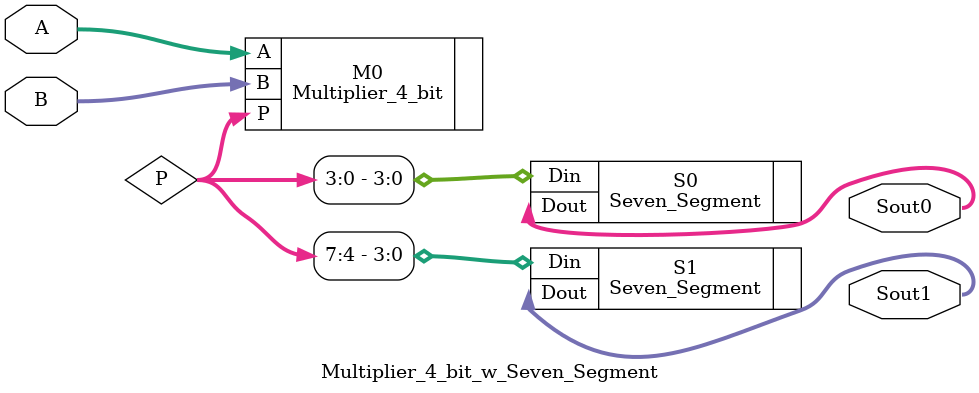
<source format=v>
module Multiplier_4_bit_w_Seven_Segment(A, B, Sout0, Sout1);
input [3:0] A, B;
output [6:0] Sout0, Sout1;
wire [7:0] P;

Multiplier_4_bit M0(.A(A), .B(B), .P(P));
Seven_Segment S0(.Din(P[3:0]), .Dout(Sout0));
Seven_Segment S1(.Din(P[7:4]), .Dout(Sout1));

endmodule
</source>
